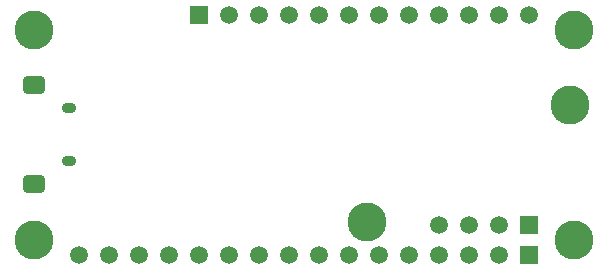
<source format=gbr>
%TF.GenerationSoftware,Altium Limited,Altium Designer,20.1.11 (218)*%
G04 Layer_Color=255*
%FSLAX26Y26*%
%MOIN*%
%TF.SameCoordinates,3C5C7FA7-1F59-4671-A418-6E2A2DAA0BFA*%
%TF.FilePolarity,Positive*%
%TF.FileFunction,Pads,Bot*%
%TF.Part,Single*%
G01*
G75*
%TA.AperFunction,ComponentPad*%
%ADD44C,0.059055*%
%ADD45R,0.059055X0.059055*%
%ADD46C,0.130000*%
G04:AMPARAMS|DCode=47|XSize=74.803mil|YSize=59.055mil|CornerRadius=14.764mil|HoleSize=0mil|Usage=FLASHONLY|Rotation=0.000|XOffset=0mil|YOffset=0mil|HoleType=Round|Shape=RoundedRectangle|*
%AMROUNDEDRECTD47*
21,1,0.074803,0.029527,0,0,0.0*
21,1,0.045276,0.059055,0,0,0.0*
1,1,0.029528,0.022638,-0.014764*
1,1,0.029528,-0.022638,-0.014764*
1,1,0.029528,-0.022638,0.014764*
1,1,0.029528,0.022638,0.014764*
%
%ADD47ROUNDEDRECTD47*%
%ADD48O,0.047244X0.035433*%
D44*
X1550000Y150000D02*
D03*
X1450000D02*
D03*
X1650000D02*
D03*
X750000Y850000D02*
D03*
X850000D02*
D03*
X950000D02*
D03*
X1150000D02*
D03*
X1250000D02*
D03*
X1050000D02*
D03*
X1650000D02*
D03*
X1750000D02*
D03*
X1350000D02*
D03*
X1550000D02*
D03*
X1450000D02*
D03*
X1250000Y50000D02*
D03*
X1150000D02*
D03*
X1350000D02*
D03*
X950000D02*
D03*
X850000D02*
D03*
X1050000D02*
D03*
X1650000D02*
D03*
X1450000D02*
D03*
X1550000D02*
D03*
X250000D02*
D03*
X350000D02*
D03*
X450000D02*
D03*
X550000D02*
D03*
X750000D02*
D03*
X650000D02*
D03*
D45*
X1750000Y150000D02*
D03*
X650000Y850000D02*
D03*
X1750000Y50000D02*
D03*
D46*
X1885847Y548048D02*
D03*
X1210847Y158048D02*
D03*
X100000Y800000D02*
D03*
X1900000Y100000D02*
D03*
Y800000D02*
D03*
X100000Y100000D02*
D03*
D47*
Y285630D02*
D03*
Y614370D02*
D03*
D48*
X218110Y362402D02*
D03*
Y537598D02*
D03*
%TF.MD5,3449070be160d565b02226c3ff54fbdb*%
M02*

</source>
